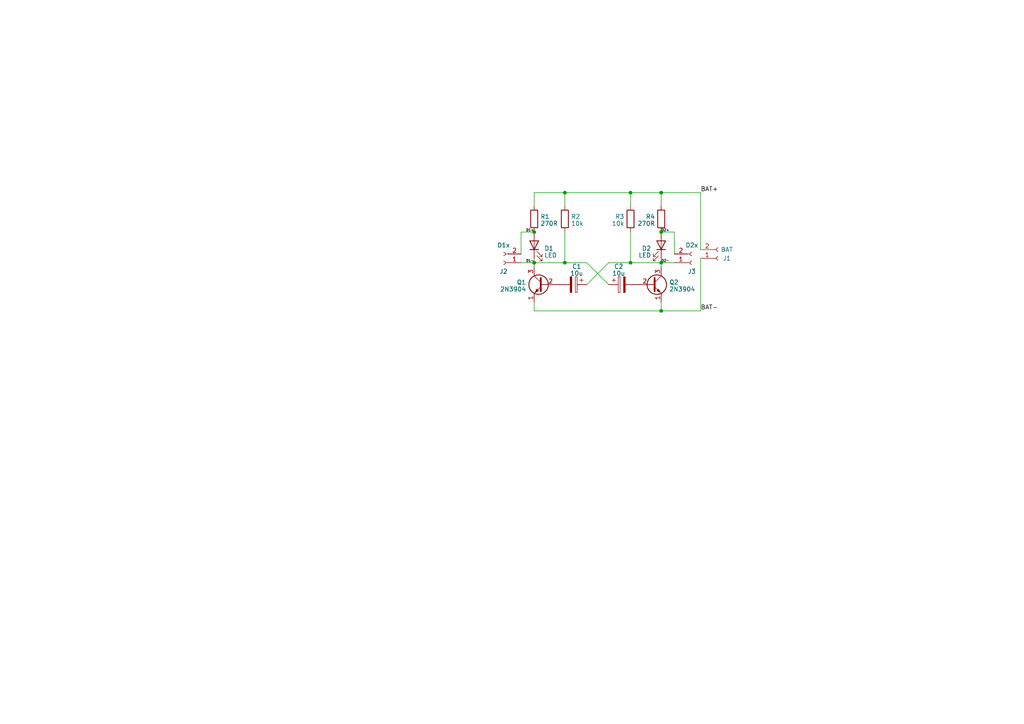
<source format=kicad_sch>
(kicad_sch (version 20221126) (generator eeschema)
  (paper "A4")
  (lib_symbols
    (symbol "Connector:Conn_01x02_Female" (pin_names (offset 1.016) hide)
      (property "Reference" "J" (at 0 2.54 0))
      (property "Value" "Conn_01x02_Female" (at 0 -5.08 0))
      (symbol "Conn_01x02_Female_1_1"
        (arc (start 0 -2.032) (mid -0.5058 -2.54) (end 0 -3.048) (stroke (width 0.1524)))
        (polyline (pts (xy -1.27 -2.54) (xy -0.508 -2.54)) (stroke (width 0.1524)))
        (polyline (pts (xy -1.27 0) (xy -0.508 0)) (stroke (width 0.1524)))
        (arc (start 0 0.508) (mid -0.5058 0) (end 0 -0.508) (stroke (width 0.1524)))
        (pin passive line (at -5.08 0 0) (length 3.81) (name "Pin_1") (number "1"))
        (pin passive line (at -5.08 -2.54 0) (length 3.81) (name "Pin_2") (number "2"))
      )
    )
    (symbol "Device:C_Polarized" (pin_numbers hide) (pin_names (offset 0.254))
      (property "Reference" "C" (at 0.635 2.54 0))
      (property "Value" "C_Polarized" (at 0.635 -2.54 0))
      (symbol "C_Polarized_0_1"
        (rectangle (start -2.286 0.508) (end 2.286 1.016))
        (polyline (pts (xy -1.778 2.286) (xy -0.762 2.286)))
        (polyline (pts (xy -1.27 2.794) (xy -1.27 1.778)))
        (rectangle (start 2.286 -0.508) (end -2.286 -1.016) (fill (type outline)))
      )
      (symbol "C_Polarized_1_1"
        (pin passive line (at 0 3.81 270) (length 2.794) (name "~") (number "1"))
        (pin passive line (at 0 -3.81 90) (length 2.794) (name "~") (number "2"))
      )
    )
    (symbol "Device:LED" (pin_numbers hide) (pin_names (offset 1.016) hide)
      (property "Reference" "D" (at 0 2.54 0))
      (property "Value" "LED" (at 0 -2.54 0))
      (symbol "LED_0_1"
        (polyline (pts (xy -1.27 -1.27) (xy -1.27 1.27)) (stroke (width 0.254)))
        (polyline (pts (xy -1.27 0) (xy 1.27 0)))
        (polyline (pts (xy 1.27 -1.27) (xy 1.27 1.27) (xy -1.27 0) (xy 1.27 -1.27)) (stroke (width 0.254)))
        (polyline (pts (xy -3.048 -0.762) (xy -4.572 -2.286) (xy -3.81 -2.286) (xy -4.572 -2.286) (xy -4.572 -1.524)))
        (polyline (pts (xy -1.778 -0.762) (xy -3.302 -2.286) (xy -2.54 -2.286) (xy -3.302 -2.286) (xy -3.302 -1.524)))
      )
      (symbol "LED_1_1"
        (pin passive line (at -3.81 0 0) (length 2.54) (name "K") (number "1"))
        (pin passive line (at 3.81 0 180) (length 2.54) (name "A") (number "2"))
      )
    )
    (symbol "Device:R" (pin_numbers hide) (pin_names (offset 0))
      (property "Reference" "R" (at 2.032 0 90))
      (property "Value" "R" (at 0 0 90))
      (symbol "R_0_1"
        (rectangle (start -1.016 -2.54) (end 1.016 2.54) (stroke (width 0.254)))
      )
      (symbol "R_1_1"
        (pin passive line (at 0 3.81 270) (length 1.27) (name "~") (number "1"))
        (pin passive line (at 0 -3.81 90) (length 1.27) (name "~") (number "2"))
      )
    )
    (symbol "Transistor_BJT:2N3904" (pin_names (offset 0) hide)
      (property "Reference" "Q" (at 5.08 1.905 0))
      (property "Value" "2N3904" (at 5.08 0 0))
      (symbol "2N3904_0_1"
        (polyline (pts (xy 0.635 0.635) (xy 2.54 2.54)))
        (polyline (pts (xy 0.635 -0.635) (xy 2.54 -2.54) (xy 2.54 -2.54)))
        (polyline (pts (xy 0.635 1.905) (xy 0.635 -1.905) (xy 0.635 -1.905)) (stroke (width 0.508)))
        (polyline (pts (xy 1.27 -1.778) (xy 1.778 -1.27) (xy 2.286 -2.286) (xy 1.27 -1.778) (xy 1.27 -1.778)) (fill (type outline)))
        (circle (center 1.27 0) (radius 2.8194) (stroke (width 0.254)))
      )
      (symbol "2N3904_1_1"
        (pin passive line (at 2.54 -5.08 90) (length 2.54) (name "E") (number "1"))
        (pin passive line (at -5.08 0 0) (length 5.715) (name "B") (number "2"))
        (pin passive line (at 2.54 5.08 270) (length 2.54) (name "C") (number "3"))
      )
    )
  )
  (junction (at 163.83 76.2))
  (junction (at 191.77 76.2))
  (junction (at 191.77 90.17))
  (junction (at 163.83 55.88))
  (junction (at 154.94 67.31))
  (junction (at 191.77 55.88))
  (junction (at 182.88 76.2))
  (junction (at 182.88 55.88))
  (junction (at 154.94 76.2))
  (junction (at 191.77 67.31))
  (wire (pts (xy 191.77 76.2) (xy 182.88 76.2)))
  (wire (pts (xy 176.53 76.2) (xy 182.88 76.2)))
  (wire (pts (xy 203.2 74.93) (xy 203.2 90.17)))
  (wire (pts (xy 182.88 67.31) (xy 182.88 76.2)))
  (wire (pts (xy 191.77 87.63) (xy 191.77 90.17)))
  (wire (pts (xy 195.58 73.66) (xy 195.58 67.31)))
  (wire (pts (xy 154.94 76.2) (xy 154.94 77.47)))
  (wire (pts (xy 191.77 55.88) (xy 203.2 55.88)))
  (wire (pts (xy 154.94 74.93) (xy 154.94 76.2)))
  (wire (pts (xy 182.88 55.88) (xy 182.88 59.69)))
  (wire (pts (xy 191.77 55.88) (xy 182.88 55.88)))
  (wire (pts (xy 154.94 76.2) (xy 163.83 76.2)))
  (wire (pts (xy 151.13 67.31) (xy 154.94 67.31)))
  (wire (pts (xy 163.83 55.88) (xy 163.83 59.69)))
  (wire (pts (xy 154.94 55.88) (xy 163.83 55.88)))
  (wire (pts (xy 195.58 67.31) (xy 191.77 67.31)))
  (wire (pts (xy 154.94 90.17) (xy 191.77 90.17)))
  (wire (pts (xy 151.13 73.66) (xy 151.13 67.31)))
  (wire (pts (xy 203.2 55.88) (xy 203.2 72.39)))
  (wire (pts (xy 191.77 90.17) (xy 203.2 90.17)))
  (wire (pts (xy 154.94 87.63) (xy 154.94 90.17)))
  (wire (pts (xy 151.13 76.2) (xy 154.94 76.2)))
  (wire (pts (xy 191.77 74.93) (xy 191.77 76.2)))
  (wire (pts (xy 170.18 82.55) (xy 176.53 76.2)))
  (wire (pts (xy 191.77 59.69) (xy 191.77 55.88)))
  (wire (pts (xy 154.94 59.69) (xy 154.94 55.88)))
  (wire (pts (xy 176.53 82.55) (xy 170.18 76.2)))
  (wire (pts (xy 163.83 55.88) (xy 182.88 55.88)))
  (wire (pts (xy 191.77 76.2) (xy 191.77 77.47)))
  (wire (pts (xy 163.83 76.2) (xy 170.18 76.2)))
  (wire (pts (xy 191.77 76.2) (xy 195.58 76.2)))
  (wire (pts (xy 163.83 67.31) (xy 163.83 76.2)))
  (label "BAT+" (at 203.2 55.88 0))
  (label "D1-" (at 154.94 76.2 180) (effects (font (size 0.7 0.7))))
  (label "D1+" (at 154.94 67.31 180) (effects (font (size 0.7 0.7))))
  (label "D2+" (at 191.77 67.31 0) (effects (font (size 0.7 0.7))))
  (label "D2-" (at 191.77 76.2 0) (effects (font (size 0.7 0.7))))
  (label "BAT-" (at 203.2 90.17 0))
  (symbol (lib_id "Transistor_BJT:2N3904") (at 189.23 82.55 0) (unit 1)
    (property "Reference" "Q2" (at 194.0814 81.8817 0) (effects (justify left)))
    (property "Value" "2N3904" (at 194.0814 83.8821 0) (effects (justify left)))
    (property "Footprint" "Package_TO_SOT_THT:TO-92_Inline_Wide" (effects hide))
    (property "Datasheet" "https://www.onsemi.com/pub/Collateral/2N3903-D.PDF" (effects hide))
  )
  (symbol (lib_id "Connector:Conn_01x02_Female") (at 200.66 76.2 0) (mirror x) (unit 1)
    (property "Reference" "J3" (at 200.66 78.74 0))
    (property "Value" "D2x" (at 200.66 71.12 0))
    (property "Footprint" "Connector_PinHeader_2.54mm:PinHeader_1x02_P2.54mm_Vertical" (effects hide))
  )
  (symbol (lib_id "Connector:Conn_01x02_Female") (at 208.28 74.93 0) (mirror x) (unit 1)
    (property "Reference" "J1" (at 210.82 74.93 0))
    (property "Value" "BAT" (at 210.82 72.39 0))
    (property "Footprint" "Connector_PinHeader_2.54mm:PinHeader_1x02_P2.54mm_Vertical" (effects hide))
  )
  (symbol (lib_id "Device:R") (at 154.94 63.5 0) (unit 1)
    (property "Reference" "R1" (at 156.718 62.8317 0) (effects (justify left)))
    (property "Value" "270R" (at 156.718 64.8321 0) (effects (justify left)))
    (property "Footprint" "Resistor_THT:R_Axial_DIN0207_L6.3mm_D2.5mm_P10.16mm_Horizontal" (effects hide))
  )
  (symbol (lib_id "Transistor_BJT:2N3904") (at 157.48 82.55 0) (mirror y) (unit 1)
    (property "Reference" "Q1" (at 152.6286 81.8817 0) (effects (justify left)))
    (property "Value" "2N3904" (at 152.6286 83.8821 0) (effects (justify left)))
    (property "Footprint" "Package_TO_SOT_THT:TO-92_Inline_Wide" (effects hide))
    (property "Datasheet" "https://www.onsemi.com/pub/Collateral/2N3903-D.PDF" (effects hide))
  )
  (symbol (lib_id "Device:LED") (at 191.77 71.12 270) (mirror x) (unit 1)
    (property "Reference" "D2" (at 188.849 72.0392 90) (effects (justify right)))
    (property "Value" "LED" (at 188.849 74.0396 90) (effects (justify right)))
    (property "Footprint" "LED_THT:LED_D5.0mm" (effects hide))
  )
  (symbol (lib_id "Device:R") (at 163.83 63.5 0) (unit 1)
    (property "Reference" "R2" (at 165.608 62.8317 0) (effects (justify left)))
    (property "Value" "10k" (at 165.608 64.8321 0) (effects (justify left)))
    (property "Footprint" "Resistor_THT:R_Axial_DIN0207_L6.3mm_D2.5mm_P10.16mm_Horizontal" (effects hide))
  )
  (symbol (lib_id "Device:C_Polarized") (at 180.34 82.55 90) (mirror x) (unit 1)
    (property "Reference" "C2" (at 179.451 77.2922 90))
    (property "Value" "10u" (at 179.451 79.2926 90))
    (property "Footprint" "Capacitor_THT:CP_Radial_D8.0mm_P5.00mm" (effects hide))
  )
  (symbol (lib_id "Device:C_Polarized") (at 166.37 82.55 270) (unit 1)
    (property "Reference" "C1" (at 167.259 77.2922 90))
    (property "Value" "10u" (at 167.259 79.2926 90))
    (property "Footprint" "Capacitor_THT:CP_Radial_D8.0mm_P5.00mm" (effects hide))
  )
  (symbol (lib_id "Device:LED") (at 154.94 71.12 90) (unit 1)
    (property "Reference" "D1" (at 157.861 72.0392 90) (effects (justify right)))
    (property "Value" "LED" (at 157.861 74.0396 90) (effects (justify right)))
    (property "Footprint" "LED_THT:LED_D5.0mm" (effects hide))
  )
  (symbol (lib_id "Device:R") (at 191.77 63.5 0) (mirror y) (unit 1)
    (property "Reference" "R4" (at 189.992 62.8317 0) (effects (justify left)))
    (property "Value" "270R" (at 189.992 64.8321 0) (effects (justify left)))
    (property "Footprint" "Resistor_THT:R_Axial_DIN0207_L6.3mm_D2.5mm_P10.16mm_Horizontal" (effects hide))
  )
  (symbol (lib_id "Connector:Conn_01x02_Female") (at 146.05 76.2 180) (unit 1)
    (property "Reference" "J2" (at 146.05 78.74 0))
    (property "Value" "D1x" (at 146.05 71.12 0))
    (property "Footprint" "Connector_PinHeader_2.54mm:PinHeader_1x02_P2.54mm_Vertical" (effects hide))
  )
  (symbol (lib_id "Device:R") (at 182.88 63.5 0) (mirror y) (unit 1)
    (property "Reference" "R3" (at 181.102 62.8317 0) (effects (justify left)))
    (property "Value" "10k" (at 181.102 64.8321 0) (effects (justify left)))
    (property "Footprint" "Resistor_THT:R_Axial_DIN0207_L6.3mm_D2.5mm_P10.16mm_Horizontal" (effects hide))
  )
)
</source>
